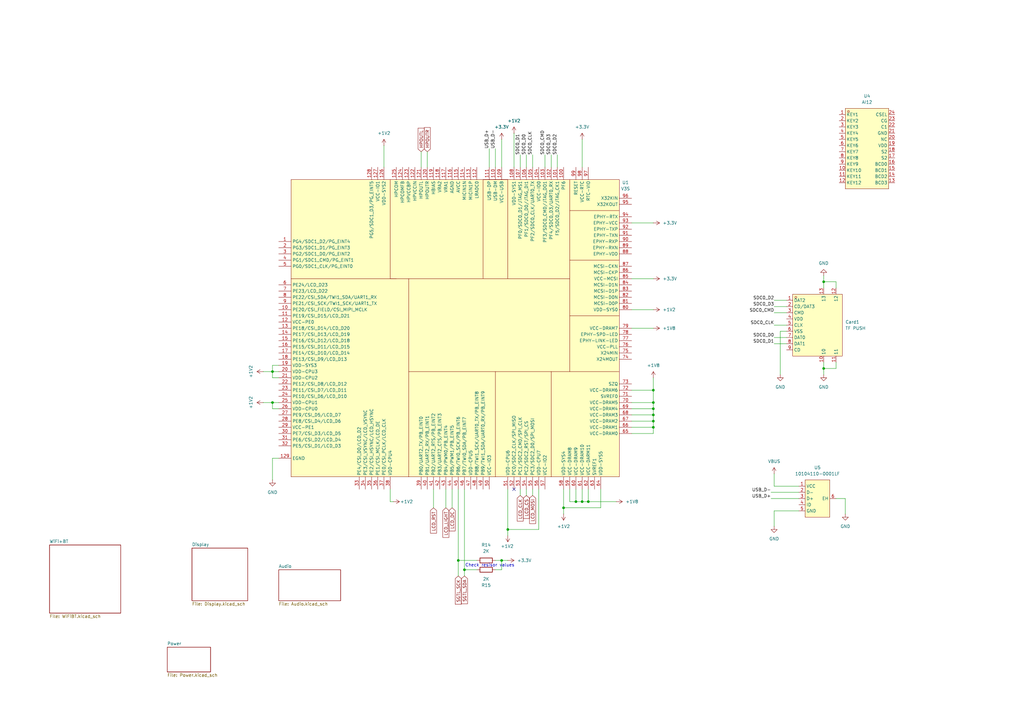
<source format=kicad_sch>
(kicad_sch (version 20250114) (generator "eeschema") (generator_version "9.0")
  (paper "A3")
  (lib_symbols
    (symbol "Device:R" (pin_numbers (hide yes)) (pin_names (offset 0))
      (property "Reference" "R" (at 2.032 0 90))
      (property "Value" "R" (at 0 0 90))
      (symbol "R_0_1"
        (rectangle (start -1.016 -2.54) (end 1.016 2.54) (stroke (width 0.254)))
      )
      (symbol "R_1_1"
        (pin passive line (at 0 3.81 270) (length 1.27) (name "~") (number "1"))
        (pin passive line (at 0 -3.81 90) (length 1.27) (name "~") (number "2"))
      )
    )
    (symbol "easyeda2kicad:10104110-0001LF"
      (property "Reference" "U" (at 0 10.16 0))
      (property "Value" "10104110-0001LF" (at 0 -10.16 0))
      (symbol "10104110-0001LF_0_1"
        (rectangle (start -5.08 7.62) (end 5.08 -7.62) (fill (type background)))
        (pin input line (at -7.62 5.08 0) (length 2.54) (name "VCC") (number "1"))
        (pin input line (at -7.62 2.54 0) (length 2.54) (name "D-") (number "2"))
        (pin input line (at -7.62 0 0) (length 2.54) (name "D+") (number "3"))
        (pin input line (at -7.62 -2.54 0) (length 2.54) (name "ID") (number "4"))
        (pin input line (at -7.62 -5.08 0) (length 2.54) (name "GND") (number "5"))
        (pin unspecified line (at 7.62 0 180) (length 2.54) (name "EH") (number "6"))
      )
    )
    (symbol "easyeda2kicad:AI12"
      (property "Reference" "U" (at 0 19.05 0))
      (property "Value" "AI12" (at 0 -19.05 0))
      (symbol "AI12_0_1"
        (rectangle (start -8.89 16.51) (end 8.89 -16.51) (fill (type background)))
        (circle (center -7.62 15.24) (radius 0.38))
        (pin unspecified line (at -11.43 13.97 0) (length 2.54) (name "KEY1") (number "1"))
        (pin unspecified line (at -11.43 11.43 0) (length 2.54) (name "KEY2") (number "2"))
        (pin unspecified line (at -11.43 8.89 0) (length 2.54) (name "KEY3") (number "3"))
        (pin unspecified line (at -11.43 6.35 0) (length 2.54) (name "KEY4") (number "4"))
        (pin unspecified line (at -11.43 3.81 0) (length 2.54) (name "KEY5") (number "5"))
        (pin unspecified line (at -11.43 1.27 0) (length 2.54) (name "KEY6") (number "6"))
        (pin unspecified line (at -11.43 -1.27 0) (length 2.54) (name "KEY7") (number "7"))
        (pin unspecified line (at -11.43 -3.81 0) (length 2.54) (name "KEY8") (number "8"))
        (pin unspecified line (at -11.43 -6.35 0) (length 2.54) (name "KEY9") (number "9"))
        (pin unspecified line (at -11.43 -8.89 0) (length 2.54) (name "KEY10") (number "10"))
        (pin unspecified line (at -11.43 -11.43 0) (length 2.54) (name "KEY11") (number "11"))
        (pin unspecified line (at -11.43 -13.97 0) (length 2.54) (name "KEY12") (number "12"))
        (pin unspecified line (at 11.43 13.97 180) (length 2.54) (name "CSEL") (number "24"))
        (pin unspecified line (at 11.43 11.43 180) (length 2.54) (name "CG") (number "23"))
        (pin unspecified line (at 11.43 8.89 180) (length 2.54) (name "C1") (number "22"))
        (pin unspecified line (at 11.43 6.35 180) (length 2.54) (name "GND") (number "21"))
        (pin unspecified line (at 11.43 3.81 180) (length 2.54) (name "NC") (number "20"))
        (pin unspecified line (at 11.43 1.27 180) (length 2.54) (name "VDD") (number "19"))
        (pin unspecified line (at 11.43 -1.27 180) (length 2.54) (name "S2") (number "18"))
        (pin unspecified line (at 11.43 -3.81 180) (length 2.54) (name "S2") (number "17"))
        (pin unspecified line (at 11.43 -6.35 180) (length 2.54) (name "BCD0") (number "16"))
        (pin unspecified line (at 11.43 -8.89 180) (length 2.54) (name "BCD1") (number "15"))
        (pin unspecified line (at 11.43 -11.43 180) (length 2.54) (name "BCD2") (number "14"))
        (pin unspecified line (at 11.43 -13.97 180) (length 2.54) (name "BCD3") (number "13"))
      )
    )
    (symbol "easyeda2kicad:TFPUSH"
      (property "Reference" "Card" (at 0 20.32 0))
      (property "Value" "TF PUSH" (at 0 -20.32 0))
      (symbol "TFPUSH_0_1"
        (rectangle (start -7.62 12.7) (end 12.7 -12.7) (fill (type background)))
        (circle (center -6.35 11.43) (radius 0.38))
        (pin unspecified line (at -10.16 10.16 0) (length 2.54) (name "DAT2") (number "1"))
        (pin unspecified line (at -10.16 7.62 0) (length 2.54) (name "CD/DAT3") (number "2"))
        (pin unspecified line (at -10.16 5.08 0) (length 2.54) (name "CMD") (number "3"))
        (pin unspecified line (at -10.16 2.54 0) (length 2.54) (name "VDD") (number "4"))
        (pin unspecified line (at -10.16 0 0) (length 2.54) (name "CLX") (number "5"))
        (pin unspecified line (at -10.16 -2.54 0) (length 2.54) (name "VSS") (number "6"))
        (pin unspecified line (at -10.16 -5.08 0) (length 2.54) (name "DAT0") (number "7"))
        (pin unspecified line (at -10.16 -7.62 0) (length 2.54) (name "DAT1") (number "8"))
        (pin unspecified line (at -10.16 -10.16 0) (length 2.54) (name "CD") (number "9"))
        (pin unspecified line (at 5.08 15.24 270) (length 2.54) (name "13") (number "13"))
        (pin unspecified line (at 5.08 -15.24 90) (length 2.54) (name "10") (number "10"))
        (pin unspecified line (at 10.16 15.24 270) (length 2.54) (name "12") (number "12"))
        (pin unspecified line (at 10.16 -15.24 90) (length 2.54) (name "11") (number "11"))
      )
    )
    (symbol "easyeda2kicad:V3S"
      (property "Reference" "U" (at 0 71.12 0))
      (property "Value" "V3S" (at 0 -71.12 0))
      (symbol "V3S_0_1"
        (rectangle (start -68.58 60.96) (end 66.04 -60.96) (fill (type background)))
        (polyline (pts (xy -27.94 60.96) (xy -27.94 20.32) (xy -25.4 20.32)))
        (polyline (pts (xy -20.32 20.32) (xy 10.16 20.32) (xy 10.16 60.96) (xy 20.32 60.96) (xy 20.32 20.32) (xy 10.16 20.32)))
        (polyline (pts (xy -20.32 -17.78) (xy -20.32 20.32) (xy -68.58 20.32)))
        (polyline (pts (xy 15.24 -17.78) (xy -20.32 -17.78) (xy -20.32 -60.96)))
        (polyline (pts (xy 20.32 20.32) (xy 45.72 20.32)))
        (polyline (pts (xy 38.1 -17.78) (xy 15.24 -17.78) (xy 15.24 -60.96)))
        (polyline (pts (xy 45.72 60.96) (xy 45.72 48.26) (xy 66.04 48.26)))
        (polyline (pts (xy 45.72 48.26) (xy 45.72 27.94) (xy 66.04 27.94)))
        (polyline (pts (xy 45.72 27.94) (xy 45.72 5.08) (xy 66.04 5.08)))
        (polyline (pts (xy 45.72 5.08) (xy 45.72 -17.78) (xy 66.04 -17.78)))
        (polyline (pts (xy 45.72 -17.78) (xy 38.1 -17.78) (xy 38.1 -60.96)))
        (pin unspecified line (at -73.66 35.56 0) (length 5.08) (name "PG4/SDC1_D2/PG_EINT4") (number "1"))
        (pin unspecified line (at -73.66 33.02 0) (length 5.08) (name "PG3/SDC1_D1/PG_EINT3") (number "2"))
        (pin unspecified line (at -73.66 30.48 0) (length 5.08) (name "PG2/SDC1_D0/PG_EINT2") (number "3"))
        (pin unspecified line (at -73.66 27.94 0) (length 5.08) (name "PG1/SDC1_CMD/PG_EINT1") (number "4"))
        (pin unspecified line (at -73.66 25.4 0) (length 5.08) (name "PG0/SDC1_CLK/PG_EINT0") (number "5"))
        (pin unspecified line (at -73.66 17.78 0) (length 5.08) (name "PE24/LCD_D23") (number "6"))
        (pin unspecified line (at -73.66 15.24 0) (length 5.08) (name "PE23/LCD_D22") (number "7"))
        (pin unspecified line (at -73.66 12.7 0) (length 5.08) (name "PE22/CSI_SDA/TWI1_SDA/UART1_RX") (number "8"))
        (pin unspecified line (at -73.66 10.16 0) (length 5.08) (name "PE21/CSI_SCK/TWI1_SCK/UART1_TX") (number "9"))
        (pin unspecified line (at -73.66 7.62 0) (length 5.08) (name "PE20/CSI_FIELD/CSI_MIPI_MCLK") (number "10"))
        (pin unspecified line (at -73.66 5.08 0) (length 5.08) (name "PE19/CSI_D15/LCD_D21") (number "11"))
        (pin unspecified line (at -73.66 2.54 0) (length 5.08) (name "VCC-PE0") (number "12"))
        (pin unspecified line (at -73.66 0 0) (length 5.08) (name "PE18/CSI_D14/LCD_D20") (number "13"))
        (pin unspecified line (at -73.66 -2.54 0) (length 5.08) (name "PE17/CSI_D13/LCD_D19") (number "14"))
        (pin unspecified line (at -73.66 -5.08 0) (length 5.08) (name "PE16/CSI_D12/LCD_D18") (number "15"))
        (pin unspecified line (at -73.66 -7.62 0) (length 5.08) (name "PE15/CSI_D11/LCD_D15") (number "16"))
        (pin unspecified line (at -73.66 -10.16 0) (length 5.08) (name "PE14/CSI_D10/LCD_D14") (number "17"))
        (pin unspecified line (at -73.66 -12.7 0) (length 5.08) (name "PE13/CSI_D9/LCD_D13") (number "18"))
        (pin unspecified line (at -73.66 -15.24 0) (length 5.08) (name "VDD-SYS3") (number "19"))
        (pin unspecified line (at -73.66 -17.78 0) (length 5.08) (name "VDD-CPU3") (number "20"))
        (pin unspecified line (at -73.66 -20.32 0) (length 5.08) (name "VDD-CPU2") (number "21"))
        (pin unspecified line (at -73.66 -22.86 0) (length 5.08) (name "PE12/CSI_D8/LCD_D12") (number "22"))
        (pin unspecified line (at -73.66 -25.4 0) (length 5.08) (name "PE11/CSI_D7/LCD_D11") (number "23"))
        (pin unspecified line (at -73.66 -27.94 0) (length 5.08) (name "PE10/CSI_D6/LCD_D10") (number "24"))
        (pin unspecified line (at -73.66 -30.48 0) (length 5.08) (name "VDD-CPU1") (number "25"))
        (pin unspecified line (at -73.66 -33.02 0) (length 5.08) (name "VDD-CPU0") (number "26"))
        (pin unspecified line (at -73.66 -35.56 0) (length 5.08) (name "PE9/CSI_D5/LCD_D7") (number "27"))
        (pin unspecified line (at -73.66 -38.1 0) (length 5.08) (name "PE8/CSI_D4/LCD_D6") (number "28"))
        (pin unspecified line (at -73.66 -40.64 0) (length 5.08) (name "VCC-PE1") (number "29"))
        (pin unspecified line (at -73.66 -43.18 0) (length 5.08) (name "PE7/CSI_D3/LCD_D5") (number "30"))
        (pin unspecified line (at -73.66 -45.72 0) (length 5.08) (name "PE6/CSI_D2/LCD_D4") (number "31"))
        (pin unspecified line (at -73.66 -48.26 0) (length 5.08) (name "PE5/CSI_D1/LCD_D3") (number "32"))
        (pin unspecified line (at -73.66 -53.34 0) (length 5.08) (name "EGND") (number "129"))
        (pin unspecified line (at -40.64 -66.04 90) (length 5.08) (name "PE4/CSI_D0/LCD_D2") (number "33"))
        (pin unspecified line (at -38.1 -66.04 90) (length 5.08) (name "PE3/CSI_VSYNC/LCD_VSYNC") (number "34"))
        (pin unspecified line (at -35.56 66.04 270) (length 5.08) (name "PG5/SDC1_D3/PG_EINT5") (number "128"))
        (pin unspecified line (at -35.56 -66.04 90) (length 5.08) (name "PE2/CSI_HSYNC/LCD_HSYNC") (number "35"))
        (pin unspecified line (at -33.02 66.04 270) (length 5.08) (name "VCC-IO1") (number "127"))
        (pin unspecified line (at -33.02 -66.04 90) (length 5.08) (name "PE1/CSI_MCLK/LCD_DE") (number "36"))
        (pin unspecified line (at -30.48 66.04 270) (length 5.08) (name "VDD-SYS2") (number "126"))
        (pin unspecified line (at -30.48 -66.04 90) (length 5.08) (name "PE0/CSI_PCLK/LCD_CLK") (number "37"))
        (pin unspecified line (at -27.94 -66.04 90) (length 5.08) (name "VDD-CPU4") (number "38"))
        (pin unspecified line (at -25.4 66.04 270) (length 5.08) (name "HPCOM") (number "125"))
        (pin unspecified line (at -22.86 66.04 270) (length 5.08) (name "HPCOMFB") (number "124"))
        (pin unspecified line (at -20.32 66.04 270) (length 5.08) (name "HPVCCBP") (number "123"))
        (pin unspecified line (at -17.78 66.04 270) (length 5.08) (name "HPVCCIN") (number "122"))
        (pin unspecified line (at -15.24 66.04 270) (length 5.08) (name "HPOUTL") (number "121"))
        (pin unspecified line (at -15.24 -66.04 90) (length 5.08) (name "PB0/UART2_TX/PB_EINT0") (number "39"))
        (pin unspecified line (at -12.7 66.04 270) (length 5.08) (name "HPOUTR") (number "120"))
        (pin unspecified line (at -12.7 -66.04 90) (length 5.08) (name "PB1/UART2_RX/PB_EINT1") (number "40"))
        (pin unspecified line (at -10.16 66.04 270) (length 5.08) (name "HBIAS") (number "119"))
        (pin unspecified line (at -10.16 -66.04 90) (length 5.08) (name "PB2/UART2_RTS/PB_EINT2") (number "41"))
        (pin unspecified line (at -7.62 66.04 270) (length 5.08) (name "VRA2") (number "118"))
        (pin unspecified line (at -7.62 -66.04 90) (length 5.08) (name "PB3/UART2_CTS/PB_EINT3") (number "42"))
        (pin unspecified line (at -5.08 66.04 270) (length 5.08) (name "VRA1") (number "117"))
        (pin unspecified line (at -5.08 -66.04 90) (length 5.08) (name "PB4/PWM0/PB_EINT4") (number "43"))
        (pin unspecified line (at -2.54 66.04 270) (length 5.08) (name "AGND") (number "116"))
        (pin unspecified line (at -2.54 -66.04 90) (length 5.08) (name "PB5/PWM1/PB_EINT5") (number "44"))
        (pin unspecified line (at 0 66.04 270) (length 5.08) (name "AVCC") (number "115"))
        (pin unspecified line (at 0 -66.04 90) (length 5.08) (name "PB6/TWI0_SCK/PB_EINT6") (number "45"))
        (pin unspecified line (at 2.54 66.04 270) (length 5.08) (name "MICIN1N") (number "114"))
        (pin unspecified line (at 2.54 -66.04 90) (length 5.08) (name "PB7/TWI0_SDA/PB_EINT7") (number "46"))
        (pin unspecified line (at 5.08 66.04 270) (length 5.08) (name "MICIN1P") (number "113"))
        (pin unspecified line (at 5.08 -66.04 90) (length 5.08) (name "VDD-CPU5") (number "47"))
        (pin unspecified line (at 7.62 66.04 270) (length 5.08) (name "LRADC0") (number "112"))
        (pin unspecified line (at 7.62 -66.04 90) (length 5.08) (name "PB8/TWI1_SCK/UART0_TX/PB_EINT8") (number "48"))
        (pin unspecified line (at 10.16 -66.04 90) (length 5.08) (name "PB9/TWI1_SDA/UART0_RX/PB_EINT9") (number "49"))
        (pin unspecified line (at 12.7 66.04 270) (length 5.08) (name "USB-DP") (number "111"))
        (pin unspecified line (at 12.7 -66.04 90) (length 5.08) (name "VCC-IO3") (number "50"))
        (pin unspecified line (at 15.24 66.04 270) (length 5.08) (name "USB-DM") (number "110"))
        (pin unspecified line (at 17.78 66.04 270) (length 5.08) (name "VCC-USB") (number "109"))
        (pin unspecified line (at 20.32 -66.04 90) (length 5.08) (name "VDD-CPU6") (number "51"))
        (pin unspecified line (at 22.86 66.04 270) (length 5.08) (name "VDD-SYS1") (number "108"))
        (pin unspecified line (at 22.86 -66.04 90) (length 5.08) (name "PC0/SDC2_CLK/SPI_MISO") (number "52"))
        (pin unspecified line (at 25.4 66.04 270) (length 5.08) (name "PF0/SDC0_D1/JTAG_MS1") (number "107"))
        (pin unspecified line (at 25.4 -66.04 90) (length 5.08) (name "PC1/SDC2_CMD/SPI_CLK") (number "53"))
        (pin unspecified line (at 27.94 66.04 270) (length 5.08) (name "PF1/SDC0_D0/JTAG_DI1") (number "106"))
        (pin unspecified line (at 27.94 -66.04 90) (length 5.08) (name "PC2/SDC2_RST/SPI_CS") (number "54"))
        (pin unspecified line (at 30.48 66.04 270) (length 5.08) (name "PF2/SDC0_CLK/UART0_TX") (number "105"))
        (pin unspecified line (at 30.48 -66.04 90) (length 5.08) (name "PC3/SDC2_D0/SPI_MOSI") (number "55"))
        (pin unspecified line (at 33.02 66.04 270) (length 5.08) (name "VCC-IO0") (number "104"))
        (pin unspecified line (at 33.02 -66.04 90) (length 5.08) (name "VDD-CPU7") (number "56"))
        (pin unspecified line (at 35.56 66.04 270) (length 5.08) (name "PF3/SDC0_CMD/JTAG_DO1") (number "103"))
        (pin unspecified line (at 35.56 -66.04 90) (length 5.08) (name "VCC-IO2") (number "57"))
        (pin unspecified line (at 38.1 66.04 270) (length 5.08) (name "PF4/SDC0_D3/UART0_RX") (number "102"))
        (pin unspecified line (at 40.64 66.04 270) (length 5.08) (name "F5/SDC0_D2/JTAG_CK1") (number "101"))
        (pin unspecified line (at 43.18 66.04 270) (length 5.08) (name "PF6") (number "100"))
        (pin unspecified line (at 43.18 -66.04 90) (length 5.08) (name "VDD-SYS4") (number "58"))
        (pin unspecified line (at 45.72 -66.04 90) (length 5.08) (name "VCC-DRAM8") (number "59"))
        (pin unspecified line (at 48.26 66.04 270) (length 5.08) (name "RESET") (number "99"))
        (pin unspecified line (at 48.26 -66.04 90) (length 5.08) (name "VCC-DRAM9") (number "60"))
        (pin unspecified line (at 50.8 66.04 270) (length 5.08) (name "VCC-RTC") (number "98"))
        (pin unspecified line (at 50.8 -66.04 90) (length 5.08) (name "VCC-DRAM10") (number "61"))
        (pin unspecified line (at 53.34 66.04 270) (length 5.08) (name "RTC-VIO") (number "97"))
        (pin unspecified line (at 53.34 -66.04 90) (length 5.08) (name "VCC-DARM11") (number "62"))
        (pin unspecified line (at 55.88 -66.04 90) (length 5.08) (name "SVREF1") (number "63"))
        (pin unspecified line (at 58.42 -66.04 90) (length 5.08) (name "VDD-SYS5") (number "64"))
        (pin unspecified line (at 71.12 53.34 180) (length 5.08) (name "X32KIN") (number "96"))
        (pin unspecified line (at 71.12 50.8 180) (length 5.08) (name "X32KOUT") (number "95"))
        (pin unspecified line (at 71.12 45.72 180) (length 5.08) (name "EPHY-RTX") (number "94"))
        (pin unspecified line (at 71.12 43.18 180) (length 5.08) (name "EPHY-VCC") (number "93"))
        (pin unspecified line (at 71.12 40.64 180) (length 5.08) (name "EPHY-TXP") (number "92"))
        (pin unspecified line (at 71.12 38.1 180) (length 5.08) (name "EPHY-TXN") (number "91"))
        (pin unspecified line (at 71.12 35.56 180) (length 5.08) (name "EPHY-RXP") (number "90"))
        (pin unspecified line (at 71.12 33.02 180) (length 5.08) (name "EPHY-RXN") (number "89"))
        (pin unspecified line (at 71.12 30.48 180) (length 5.08) (name "EPHY-VDD") (number "88"))
        (pin unspecified line (at 71.12 25.4 180) (length 5.08) (name "MCSI-CKN") (number "87"))
        (pin unspecified line (at 71.12 22.86 180) (length 5.08) (name "MCSI-CKP") (number "86"))
        (pin unspecified line (at 71.12 20.32 180) (length 5.08) (name "VCC-MCSI") (number "85"))
        (pin unspecified line (at 71.12 17.78 180) (length 5.08) (name "MCSI-D1N") (number "84"))
        (pin unspecified line (at 71.12 15.24 180) (length 5.08) (name "MCSI-D1P") (number "83"))
        (pin unspecified line (at 71.12 12.7 180) (length 5.08) (name "MCSI-D0N") (number "82"))
        (pin unspecified line (at 71.12 10.16 180) (length 5.08) (name "MCSI-D0P") (number "81"))
        (pin unspecified line (at 71.12 7.62 180) (length 5.08) (name "VDD-SYS0") (number "80"))
        (pin unspecified line (at 71.12 0 180) (length 5.08) (name "VCC-DRAM7") (number "79"))
        (pin unspecified line (at 71.12 -2.54 180) (length 5.08) (name "EPHY-SPD-LED") (number "78"))
        (pin unspecified line (at 71.12 -5.08 180) (length 5.08) (name "EPHY-LINK-LED") (number "77"))
        (pin unspecified line (at 71.12 -7.62 180) (length 5.08) (name "VCC-PLL") (number "76"))
        (pin unspecified line (at 71.12 -10.16 180) (length 5.08) (name "X24MIN") (number "75"))
        (pin unspecified line (at 71.12 -12.7 180) (length 5.08) (name "X24MOUT") (number "74"))
        (pin unspecified line (at 71.12 -22.86 180) (length 5.08) (name "SZQ") (number "73"))
        (pin unspecified line (at 71.12 -25.4 180) (length 5.08) (name "VCC-DRAM6") (number "72"))
        (pin unspecified line (at 71.12 -27.94 180) (length 5.08) (name "SVREF0") (number "71"))
        (pin unspecified line (at 71.12 -30.48 180) (length 5.08) (name "VCC-DRAM5") (number "70"))
        (pin unspecified line (at 71.12 -33.02 180) (length 5.08) (name "VCC-DRAM4") (number "69"))
        (pin unspecified line (at 71.12 -35.56 180) (length 5.08) (name "VCC-DRAM3") (number "68"))
        (pin unspecified line (at 71.12 -38.1 180) (length 5.08) (name "VCC-DRAM2") (number "67"))
        (pin unspecified line (at 71.12 -40.64 180) (length 5.08) (name "VCC-DRAM1") (number "66"))
        (pin unspecified line (at 71.12 -43.18 180) (length 5.08) (name "VCC-DRAM0") (number "65"))
      )
    )
    (symbol "power:+1V2" (power) (pin_numbers (hide yes)) (pin_names (offset 0) (hide yes))
      (property "Value" "+1V2" (at 0 3.556 0))
      (symbol "+1V2_0_1"
        (polyline (pts (xy -0.762 1.27) (xy 0 2.54)))
        (polyline (pts (xy 0 2.54) (xy 0.762 1.27)))
        (polyline (pts (xy 0 0) (xy 0 2.54)))
      )
      (symbol "+1V2_1_1"
        (pin power_in line (at 0 0 90) (length 0) (name "~") (number "1"))
      )
    )
    (symbol "power:+1V8" (power) (pin_numbers (hide yes)) (pin_names (offset 0) (hide yes))
      (property "Value" "+1V8" (at 0 3.556 0))
      (symbol "+1V8_0_1"
        (polyline (pts (xy -0.762 1.27) (xy 0 2.54)))
        (polyline (pts (xy 0 2.54) (xy 0.762 1.27)))
        (polyline (pts (xy 0 0) (xy 0 2.54)))
      )
      (symbol "+1V8_1_1"
        (pin power_in line (at 0 0 90) (length 0) (name "~") (number "1"))
      )
    )
    (symbol "power:+3.3V" (power) (pin_numbers (hide yes)) (pin_names (offset 0) (hide yes))
      (property "Value" "+3.3V" (at 0 3.556 0))
      (symbol "+3.3V_0_1"
        (polyline (pts (xy -0.762 1.27) (xy 0 2.54)))
        (polyline (pts (xy 0 2.54) (xy 0.762 1.27)))
        (polyline (pts (xy 0 0) (xy 0 2.54)))
      )
      (symbol "+3.3V_1_1"
        (pin power_in line (at 0 0 90) (length 0) (name "~") (number "1"))
      )
    )
    (symbol "power:GND" (power) (pin_numbers (hide yes)) (pin_names (offset 0) (hide yes))
      (property "Value" "GND" (at 0 -3.81 0))
      (symbol "GND_0_1"
        (polyline (pts (xy 0 0) (xy 0 -1.27) (xy 1.27 -1.27) (xy 0 -2.54) (xy -1.27 -1.27) (xy 0 -1.27)))
      )
      (symbol "GND_1_1"
        (pin power_in line (at 0 0 270) (length 0) (name "~") (number "1"))
      )
    )
    (symbol "power:VBUS" (power) (pin_numbers (hide yes)) (pin_names (offset 0) (hide yes))
      (property "Value" "VBUS" (at 0 3.556 0))
      (symbol "VBUS_0_1"
        (polyline (pts (xy -0.762 1.27) (xy 0 2.54)))
        (polyline (pts (xy 0 2.54) (xy 0.762 1.27)))
        (polyline (pts (xy 0 0) (xy 0 2.54)))
      )
      (symbol "VBUS_1_1"
        (pin power_in line (at 0 0 90) (length 0) (name "~") (number "1"))
      )
    )
  )
  (text "Check resisor values" (at 200.914 231.902 0) (effects (font (size 1.27 1.27))))
  (junction (at 337.82 151.13))
  (junction (at 267.97 165.1))
  (junction (at 267.97 175.26))
  (junction (at 231.14 208.28))
  (junction (at 208.28 217.17))
  (junction (at 241.3 205.74))
  (junction (at 236.22 205.74))
  (junction (at 238.76 205.74))
  (junction (at 267.97 170.18))
  (junction (at 187.96 229.87))
  (junction (at 205.74 229.87))
  (junction (at 267.97 160.02))
  (junction (at 337.82 115.57))
  (junction (at 267.97 167.64))
  (junction (at 111.76 152.4))
  (junction (at 267.97 172.72))
  (junction (at 111.76 165.1))
  (junction (at 190.5 233.68))
  (no_connect (at 210.82 200.66))
  (wire (pts (xy 228.6 63.5) (xy 228.6 68.58)))
  (wire (pts (xy 231.14 200.66) (xy 231.14 208.28)))
  (wire (pts (xy 213.36 63.5) (xy 213.36 68.58)))
  (wire (pts (xy 337.82 148.59) (xy 337.82 151.13)))
  (wire (pts (xy 346.71 210.82) (xy 346.71 204.47)))
  (wire (pts (xy 320.04 153.67) (xy 320.04 135.89)))
  (wire (pts (xy 114.3 149.86) (xy 111.76 149.86)))
  (wire (pts (xy 157.48 59.69) (xy 157.48 68.58)))
  (wire (pts (xy 111.76 165.1) (xy 111.76 167.64)))
  (wire (pts (xy 320.04 135.89) (xy 322.58 135.89)))
  (wire (pts (xy 342.9 118.11) (xy 342.9 115.57)))
  (wire (pts (xy 200.66 60.96) (xy 200.66 68.58)))
  (wire (pts (xy 259.08 170.18) (xy 267.97 170.18)))
  (wire (pts (xy 316.23 204.47) (xy 327.66 204.47)))
  (wire (pts (xy 317.5 125.73) (xy 322.58 125.73)))
  (wire (pts (xy 190.5 233.68) (xy 190.5 236.22)))
  (wire (pts (xy 218.44 63.5) (xy 218.44 68.58)))
  (wire (pts (xy 241.3 205.74) (xy 252.73 205.74)))
  (wire (pts (xy 190.5 200.66) (xy 190.5 233.68)))
  (wire (pts (xy 205.74 233.68) (xy 205.74 229.87)))
  (wire (pts (xy 175.26 62.23) (xy 175.26 68.58)))
  (wire (pts (xy 342.9 115.57) (xy 337.82 115.57)))
  (wire (pts (xy 114.3 165.1) (xy 111.76 165.1)))
  (wire (pts (xy 205.74 229.87) (xy 208.28 229.87)))
  (wire (pts (xy 187.96 200.66) (xy 187.96 229.87)))
  (wire (pts (xy 259.08 127) (xy 267.97 127)))
  (wire (pts (xy 238.76 205.74) (xy 241.3 205.74)))
  (wire (pts (xy 317.5 215.9) (xy 317.5 209.55)))
  (wire (pts (xy 208.28 217.17) (xy 208.28 219.71)))
  (wire (pts (xy 317.5 209.55) (xy 327.66 209.55)))
  (wire (pts (xy 236.22 200.66) (xy 236.22 205.74)))
  (wire (pts (xy 337.82 151.13) (xy 337.82 153.67)))
  (wire (pts (xy 233.68 200.66) (xy 233.68 205.74)))
  (wire (pts (xy 111.76 165.1) (xy 107.95 165.1)))
  (wire (pts (xy 317.5 138.43) (xy 322.58 138.43)))
  (wire (pts (xy 177.8 200.66) (xy 177.8 208.28)))
  (wire (pts (xy 111.76 187.96) (xy 114.3 187.96)))
  (wire (pts (xy 111.76 187.96) (xy 111.76 196.85)))
  (wire (pts (xy 233.68 205.74) (xy 236.22 205.74)))
  (wire (pts (xy 223.52 63.5) (xy 223.52 68.58)))
  (wire (pts (xy 187.96 229.87) (xy 187.96 236.22)))
  (wire (pts (xy 342.9 151.13) (xy 337.82 151.13)))
  (wire (pts (xy 185.42 200.66) (xy 185.42 208.28)))
  (wire (pts (xy 267.97 175.26) (xy 267.97 177.8)))
  (wire (pts (xy 210.82 54.61) (xy 210.82 68.58)))
  (wire (pts (xy 342.9 148.59) (xy 342.9 151.13)))
  (wire (pts (xy 267.97 177.8) (xy 259.08 177.8)))
  (wire (pts (xy 267.97 165.1) (xy 267.97 167.64)))
  (wire (pts (xy 259.08 160.02) (xy 267.97 160.02)))
  (wire (pts (xy 259.08 165.1) (xy 267.97 165.1)))
  (wire (pts (xy 316.23 201.93) (xy 327.66 201.93)))
  (wire (pts (xy 259.08 175.26) (xy 267.97 175.26)))
  (wire (pts (xy 218.44 200.66) (xy 218.44 203.2)))
  (wire (pts (xy 208.28 200.66) (xy 208.28 217.17)))
  (wire (pts (xy 172.72 62.23) (xy 172.72 68.58)))
  (wire (pts (xy 236.22 205.74) (xy 238.76 205.74)))
  (wire (pts (xy 205.74 57.15) (xy 205.74 68.58)))
  (wire (pts (xy 203.2 229.87) (xy 205.74 229.87)))
  (wire (pts (xy 114.3 154.94) (xy 111.76 154.94)))
  (wire (pts (xy 267.97 114.3) (xy 259.08 114.3)))
  (wire (pts (xy 220.98 200.66) (xy 220.98 217.17)))
  (wire (pts (xy 246.38 208.28) (xy 231.14 208.28)))
  (wire (pts (xy 317.5 140.97) (xy 322.58 140.97)))
  (wire (pts (xy 111.76 152.4) (xy 107.95 152.4)))
  (wire (pts (xy 213.36 200.66) (xy 213.36 203.2)))
  (wire (pts (xy 241.3 200.66) (xy 241.3 205.74)))
  (wire (pts (xy 267.97 167.64) (xy 267.97 170.18)))
  (wire (pts (xy 259.08 167.64) (xy 267.97 167.64)))
  (wire (pts (xy 346.71 204.47) (xy 342.9 204.47)))
  (wire (pts (xy 220.98 217.17) (xy 208.28 217.17)))
  (wire (pts (xy 317.5 133.35) (xy 322.58 133.35)))
  (wire (pts (xy 160.02 205.74) (xy 160.02 200.66)))
  (wire (pts (xy 161.29 205.74) (xy 160.02 205.74)))
  (wire (pts (xy 111.76 152.4) (xy 111.76 154.94)))
  (wire (pts (xy 203.2 233.68) (xy 205.74 233.68)))
  (wire (pts (xy 259.08 134.62) (xy 267.97 134.62)))
  (wire (pts (xy 267.97 91.44) (xy 259.08 91.44)))
  (wire (pts (xy 337.82 115.57) (xy 337.82 113.03)))
  (wire (pts (xy 231.14 208.28) (xy 231.14 210.82)))
  (wire (pts (xy 238.76 57.15) (xy 238.76 68.58)))
  (wire (pts (xy 267.97 170.18) (xy 267.97 172.72)))
  (wire (pts (xy 317.5 194.31) (xy 317.5 199.39)))
  (wire (pts (xy 259.08 172.72) (xy 267.97 172.72)))
  (wire (pts (xy 317.5 128.27) (xy 322.58 128.27)))
  (wire (pts (xy 111.76 149.86) (xy 111.76 152.4)))
  (wire (pts (xy 114.3 167.64) (xy 111.76 167.64)))
  (wire (pts (xy 226.06 63.5) (xy 226.06 68.58)))
  (wire (pts (xy 238.76 200.66) (xy 238.76 205.74)))
  (wire (pts (xy 182.88 200.66) (xy 182.88 208.28)))
  (wire (pts (xy 215.9 200.66) (xy 215.9 203.2)))
  (wire (pts (xy 187.96 229.87) (xy 195.58 229.87)))
  (wire (pts (xy 114.3 152.4) (xy 111.76 152.4)))
  (wire (pts (xy 267.97 160.02) (xy 267.97 165.1)))
  (wire (pts (xy 317.5 199.39) (xy 327.66 199.39)))
  (wire (pts (xy 246.38 200.66) (xy 246.38 208.28)))
  (wire (pts (xy 267.97 172.72) (xy 267.97 175.26)))
  (wire (pts (xy 215.9 63.5) (xy 215.9 68.58)))
  (wire (pts (xy 190.5 233.68) (xy 195.58 233.68)))
  (wire (pts (xy 317.5 123.19) (xy 322.58 123.19)))
  (wire (pts (xy 203.2 60.96) (xy 203.2 68.58)))
  (wire (pts (xy 337.82 118.11) (xy 337.82 115.57)))
  (wire (pts (xy 267.97 154.94) (xy 267.97 160.02)))
  (label "SDC0_D0" (at 317.5 138.43 180))
  (label "SDC0_CLK" (at 317.5 133.35 180))
  (label "SDC0_D2" (at 317.5 123.19 180))
  (label "SDC0_D2" (at 228.6 63.5 90))
  (label "USB_D-" (at 203.2 60.96 90))
  (label "SDC0_CMD" (at 223.52 63.5 90))
  (label "USB_D-" (at 316.23 201.93 180))
  (label "SDC0_CLK" (at 218.44 63.5 90))
  (label "SDC0_D1" (at 317.5 140.97 180))
  (label "SDC0_D3" (at 317.5 125.73 180))
  (label "USB_D+" (at 316.23 204.47 180))
  (label "SDC0_D1" (at 213.36 63.5 90))
  (label "SDC0_D0" (at 215.9 63.5 90))
  (label "SDC0_CMD" (at 317.5 128.27 180))
  (label "SDC0_D3" (at 226.06 63.5 90))
  (label "USB_D+" (at 200.66 60.96 90))
  (global_label "LCD_CS" (shape input) (at 215.9 203.2 270) (property "Intersheetrefs" "${INTERSHEET_REFS}" (effects (hide yes))))
  (global_label "LCD_MOSI" (shape input) (at 218.44 203.2 270) (property "Intersheetrefs" "${INTERSHEET_REFS}" (effects (hide yes))))
  (global_label "LCD_DC" (shape input) (at 185.42 208.28 270) (property "Intersheetrefs" "${INTERSHEET_REFS}" (effects (hide yes))))
  (global_label "HPOUTR" (shape input) (at 175.26 62.23 90) (property "Intersheetrefs" "${INTERSHEET_REFS}" (effects (hide yes))))
  (global_label "HPOUTL" (shape input) (at 172.72 62.23 90) (property "Intersheetrefs" "${INTERSHEET_REFS}" (effects (hide yes))))
  (global_label "SGTL_SDA" (shape input) (at 190.5 236.22 270) (property "Intersheetrefs" "${INTERSHEET_REFS}" (effects (hide yes))))
  (global_label "LCD_RST" (shape input) (at 177.8 208.28 270) (property "Intersheetrefs" "${INTERSHEET_REFS}" (effects (hide yes))))
  (global_label "LCD_CLK" (shape input) (at 213.36 203.2 270) (property "Intersheetrefs" "${INTERSHEET_REFS}" (effects (hide yes))))
  (global_label "SGTL_SCK" (shape input) (at 187.96 236.22 270) (property "Intersheetrefs" "${INTERSHEET_REFS}" (effects (hide yes))))
  (global_label "LCD_LIGHT" (shape input) (at 182.88 208.28 270) (property "Intersheetrefs" "${INTERSHEET_REFS}" (effects (hide yes))))
  (symbol (lib_id "power:VBUS") (at 317.5 194.31 0) (unit 1)
    (property "Reference" "#PWR021" (effects (hide yes)))
    (property "Value" "VBUS" (at 317.5 189.23 0))
    (property "Description" "Power symbol creates a global label with name \"VBUS\"" (effects (hide yes)))
  )
  (symbol (lib_id "power:+1V2") (at 231.14 210.82 180) (unit 1)
    (property "Reference" "#PWR014" (effects (hide yes)))
    (property "Value" "+1V2" (at 231.14 215.9 0))
    (property "Description" "Power symbol creates a global label with name \"+1V2\"" (effects (hide yes)))
  )
  (symbol (lib_id "power:+1V2") (at 267.97 127 270) (unit 1)
    (property "Reference" "#PWR016" (effects (hide yes)))
    (property "Value" "+1V2" (at 271.78 126.9999 90) (effects (justify left)))
    (property "Description" "Power symbol creates a global label with name \"+1V2\"" (effects (hide yes)))
  )
  (symbol (lib_id "power:+3.3V") (at 267.97 91.44 270) (unit 1)
    (property "Reference" "#PWR05" (effects (hide yes)))
    (property "Value" "+3.3V" (at 271.78 91.4399 90) (effects (justify left)))
    (property "Description" "Power symbol creates a global label with name \"+3.3V\"" (effects (hide yes)))
  )
  (symbol (lib_id "power:GND") (at 320.04 153.67 0) (unit 1)
    (property "Reference" "#PWR043" (effects (hide yes)))
    (property "Value" "GND" (at 320.04 158.75 0))
    (property "Description" "Power symbol creates a global label with name \"GND\" , ground" (effects (hide yes)))
  )
  (symbol (lib_id "power:+1V2") (at 208.28 219.71 180) (unit 1)
    (property "Reference" "#PWR010" (effects (hide yes)))
    (property "Value" "+1V2" (at 208.026 224.028 0))
    (property "Description" "Power symbol creates a global label with name \"+1V2\"" (effects (hide yes)))
  )
  (symbol (lib_id "power:GND") (at 346.71 210.82 0) (unit 1)
    (property "Reference" "#PWR054" (effects (hide yes)))
    (property "Value" "GND" (at 346.71 215.9 0))
    (property "Description" "Power symbol creates a global label with name \"GND\" , ground" (effects (hide yes)))
  )
  (symbol (lib_id "power:+3.3V") (at 205.74 57.15 0) (unit 1)
    (property "Reference" "#PWR04" (effects (hide yes)))
    (property "Value" "+3.3V" (at 205.74 52.07 0))
    (property "Description" "Power symbol creates a global label with name \"+3.3V\"" (effects (hide yes)))
  )
  (symbol (lib_id "power:+1V2") (at 210.82 54.61 0) (unit 1)
    (property "Reference" "#PWR017" (effects (hide yes)))
    (property "Value" "+1V2" (at 210.82 49.53 0))
    (property "Description" "Power symbol creates a global label with name \"+1V2\"" (effects (hide yes)))
  )
  (symbol (lib_id "power:+1V8") (at 252.73 205.74 270) (unit 1)
    (property "Reference" "#PWR09" (effects (hide yes)))
    (property "Value" "+1V8" (at 256.54 205.7399 90) (effects (justify left)))
    (property "Description" "Power symbol creates a global label with name \"+1V8\"" (effects (hide yes)))
  )
  (symbol (lib_id "power:+1V2") (at 107.95 165.1 90) (unit 1)
    (property "Reference" "#PWR012" (effects (hide yes)))
    (property "Value" "+1V2" (at 102.87 165.1 0))
    (property "Description" "Power symbol creates a global label with name \"+1V2\"" (effects (hide yes)))
  )
  (symbol (lib_id "power:+1V8") (at 267.97 134.62 270) (unit 1)
    (property "Reference" "#PWR015" (effects (hide yes)))
    (property "Value" "+1V8" (at 271.78 134.6199 90) (effects (justify left)))
    (property "Description" "Power symbol creates a global label with name \"+1V8\"" (effects (hide yes)))
  )
  (symbol (lib_id "power:+1V2") (at 107.95 152.4 90) (unit 1)
    (property "Reference" "#PWR013" (effects (hide yes)))
    (property "Value" "+1V2" (at 102.87 152.4 0))
    (property "Description" "Power symbol creates a global label with name \"+1V2\"" (effects (hide yes)))
  )
  (symbol (lib_id "easyeda2kicad:V3S") (at 187.96 134.62 0) (unit 1)
    (property "Reference" "U1" (at 256.54 74.8598 0))
    (property "Value" "V3S" (at 256.54 77.3998 0))
    (property "Footprint" "easyeda2kicad:LQFP-128_L14.0-W14.0-P0.40-LS16.0-BL-EP5.0" (effects (hide yes)))
    (property "LCSC Part" "C2687449" (effects (hide yes)))
  )
  (symbol (lib_id "power:+3.3V") (at 208.28 229.87 270) (unit 1)
    (property "Reference" "#PWR053" (effects (hide yes)))
    (property "Value" "+3.3V" (at 212.09 229.8699 90) (effects (justify left)))
    (property "Description" "Power symbol creates a global label with name \"+3.3V\"" (effects (hide yes)))
  )
  (symbol (lib_id "easyeda2kicad:10104110-0001LF") (at 335.28 204.47 0) (unit 1)
    (property "Reference" "U5" (at 335.28 191.77 0))
    (property "Value" "10104110-0001LF" (at 335.28 194.31 0))
    (property "Footprint" "easyeda2kicad:MICRO-USB-SMD_AMPHENOL_10104110-0001LF" (effects (hide yes)))
    (property "LCSC Part" "C2931352" (effects (hide yes)))
  )
  (symbol (lib_id "easyeda2kicad:AI12") (at 355.6 60.96 0) (unit 1)
    (property "Reference" "U4" (at 355.6 39.37 0))
    (property "Value" "AI12" (at 355.6 41.91 0))
    (property "Footprint" "easyeda2kicad:SSOP-24_L8.8-W4.0-P0.64-LS6.2-BL" (effects (hide yes)))
    (property "Datasheet" "https://lcsc.com/product-detail/Touch-Screen-Controller-ICs_Sam-wing-AI12_C521988.html" (effects (hide yes)))
    (property "LCSC Part" "C521988" (effects (hide yes)))
  )
  (symbol (lib_id "power:+1V8") (at 267.97 154.94 0) (unit 1)
    (property "Reference" "#PWR08" (effects (hide yes)))
    (property "Value" "+1V8" (at 267.97 149.86 0))
    (property "Description" "Power symbol creates a global label with name \"+1V8\"" (effects (hide yes)))
  )
  (symbol (lib_id "power:GND") (at 111.76 196.85 0) (unit 1)
    (property "Reference" "#PWR01" (effects (hide yes)))
    (property "Value" "GND" (at 111.76 201.93 0))
    (property "Description" "Power symbol creates a global label with name \"GND\" , ground" (effects (hide yes)))
  )
  (symbol (lib_id "power:+3.3V") (at 267.97 114.3 270) (unit 1)
    (property "Reference" "#PWR06" (effects (hide yes)))
    (property "Value" "+3.3V" (at 271.78 114.2999 90) (effects (justify left)))
    (property "Description" "Power symbol creates a global label with name \"+3.3V\"" (effects (hide yes)))
  )
  (symbol (lib_id "power:+3.3V") (at 238.76 57.15 0) (unit 1)
    (property "Reference" "#PWR07" (effects (hide yes)))
    (property "Value" "+3.3V" (at 238.76 52.07 0))
    (property "Description" "Power symbol creates a global label with name \"+3.3V\"" (effects (hide yes)))
  )
  (symbol (lib_id "power:GND") (at 337.82 113.03 0) (mirror x) (unit 1)
    (property "Reference" "#PWR042" (effects (hide yes)))
    (property "Value" "GND" (at 337.82 107.95 0))
    (property "Description" "Power symbol creates a global label with name \"GND\" , ground" (effects (hide yes)))
  )
  (symbol (lib_id "power:GND") (at 317.5 215.9 0) (unit 1)
    (property "Reference" "#PWR03" (effects (hide yes)))
    (property "Value" "GND" (at 317.5 220.98 0))
    (property "Description" "Power symbol creates a global label with name \"GND\" , ground" (effects (hide yes)))
  )
  (symbol (lib_id "Device:R") (at 199.39 233.68 90) (mirror x) (unit 1)
    (property "Reference" "R15" (at 199.39 240.03 90))
    (property "Value" "2K" (at 199.39 237.49 90))
    (property "Description" "Resistor" (effects (hide yes)))
  )
  (symbol (lib_id "power:+1V2") (at 157.48 59.69 0) (unit 1)
    (property "Reference" "#PWR018" (effects (hide yes)))
    (property "Value" "+1V2" (at 157.48 54.61 0))
    (property "Description" "Power symbol creates a global label with name \"+1V2\"" (effects (hide yes)))
  )
  (symbol (lib_id "power:GND") (at 337.82 153.67 0) (unit 1)
    (property "Reference" "#PWR041" (effects (hide yes)))
    (property "Value" "GND" (at 337.82 158.75 0))
    (property "Description" "Power symbol creates a global label with name \"GND\" , ground" (effects (hide yes)))
  )
  (symbol (lib_id "power:+1V2") (at 161.29 205.74 270) (unit 1)
    (property "Reference" "#PWR011" (effects (hide yes)))
    (property "Value" "+1V2" (at 164.084 205.74 90) (effects (justify left)))
    (property "Description" "Power symbol creates a global label with name \"+1V2\"" (effects (hide yes)))
  )
  (symbol (lib_id "easyeda2kicad:TFPUSH") (at 332.74 133.35 0) (unit 1)
    (property "Reference" "Card1" (at 346.71 132.0799 0) (effects (justify left)))
    (property "Value" "TF PUSH" (at 346.71 134.6199 0) (effects (justify left)))
    (property "Footprint" "easyeda2kicad:TF-SMD_TF-PUSH" (effects (hide yes)))
    (property "Datasheet" "https://lcsc.com/product-detail/Connector-Card-Sockets_SHOU-HAN-SHOU-HAN-TFDeck-TF-Deck_C393941.html" (effects (hide yes)))
    (property "LCSC Part" "C393941" (effects (hide yes)))
  )
  (symbol (lib_id "Device:R") (at 199.39 229.87 90) (unit 1)
    (property "Reference" "R14" (at 199.39 223.52 90))
    (property "Value" "2K" (at 199.39 226.06 90))
    (property "Description" "Resistor" (effects (hide yes)))
  )
  (sheet (at 78.74 224.79) (size 22.86 21.59) (stroke (width 0.1524))
    (property "Sheetname" "Display" (at 78.74 224.0784 0) (effects (justify left bottom)))
    (property "Sheetfile" "Display.kicad_sch" (at 78.74 246.9646 0) (effects (justify left top)))
  )
  (sheet (at 20.32 223.52) (size 29.21 27.94) (stroke (width 0.1524))
    (property "Sheetname" "WiFi+BT" (at 20.32 222.8084 0) (effects (justify left bottom)))
    (property "Sheetfile" "WiFiBT.kicad_sch" (at 20.32 252.0446 0) (effects (justify left top)))
  )
  (sheet (at 114.3 233.68) (size 25.4 12.7) (stroke (width 0.1524))
    (property "Sheetname" "Audio" (at 114.3 232.9684 0) (effects (justify left bottom)))
    (property "Sheetfile" "Audio.kicad_sch" (at 114.3 246.9646 0) (effects (justify left top)))
  )
  (sheet (at 68.58 265.43) (size 17.78 10.16) (stroke (width 0.1524))
    (property "Sheetname" "Power" (at 68.58 264.7184 0) (effects (justify left bottom)))
    (property "Sheetfile" "Power.kicad_sch" (at 68.58 276.1746 0) (effects (justify left top)))
  )
)
</source>
